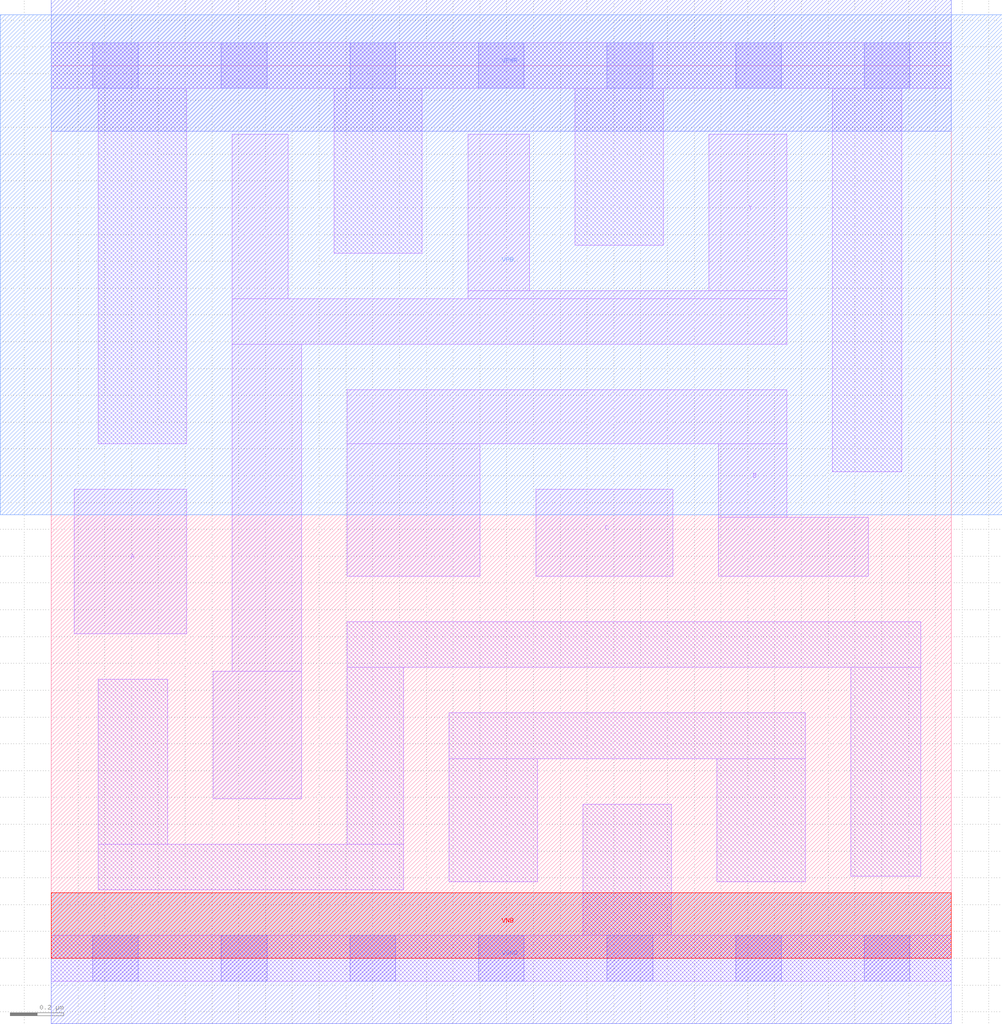
<source format=lef>
# Copyright 2020 The SkyWater PDK Authors
#
# Licensed under the Apache License, Version 2.0 (the "License");
# you may not use this file except in compliance with the License.
# You may obtain a copy of the License at
#
#     https://www.apache.org/licenses/LICENSE-2.0
#
# Unless required by applicable law or agreed to in writing, software
# distributed under the License is distributed on an "AS IS" BASIS,
# WITHOUT WARRANTIES OR CONDITIONS OF ANY KIND, either express or implied.
# See the License for the specific language governing permissions and
# limitations under the License.
#
# SPDX-License-Identifier: Apache-2.0

VERSION 5.7 ;
  NOWIREEXTENSIONATPIN ON ;
  DIVIDERCHAR "/" ;
  BUSBITCHARS "[]" ;
MACRO sky130_fd_sc_lp__nand3_2
  CLASS CORE ;
  FOREIGN sky130_fd_sc_lp__nand3_2 ;
  ORIGIN  0.000000  0.000000 ;
  SIZE  3.360000 BY  3.330000 ;
  SYMMETRY X Y R90 ;
  SITE unit ;
  PIN A
    ANTENNAGATEAREA  0.630000 ;
    DIRECTION INPUT ;
    USE SIGNAL ;
    PORT
      LAYER li1 ;
        RECT 0.085000 1.210000 0.505000 1.750000 ;
    END
  END A
  PIN B
    ANTENNAGATEAREA  0.630000 ;
    DIRECTION INPUT ;
    USE SIGNAL ;
    PORT
      LAYER li1 ;
        RECT 1.105000 1.425000 1.600000 1.920000 ;
        RECT 1.105000 1.920000 2.745000 2.120000 ;
        RECT 2.490000 1.425000 3.050000 1.645000 ;
        RECT 2.490000 1.645000 2.745000 1.920000 ;
    END
  END B
  PIN C
    ANTENNAGATEAREA  0.630000 ;
    DIRECTION INPUT ;
    USE SIGNAL ;
    PORT
      LAYER li1 ;
        RECT 1.810000 1.425000 2.320000 1.750000 ;
    END
  END C
  PIN Y
    ANTENNADIFFAREA  1.293600 ;
    DIRECTION OUTPUT ;
    USE SIGNAL ;
    PORT
      LAYER li1 ;
        RECT 0.605000 0.595000 0.935000 1.070000 ;
        RECT 0.675000 1.070000 0.935000 2.290000 ;
        RECT 0.675000 2.290000 2.745000 2.460000 ;
        RECT 0.675000 2.460000 0.885000 3.075000 ;
        RECT 1.555000 2.460000 2.745000 2.490000 ;
        RECT 1.555000 2.490000 1.785000 3.075000 ;
        RECT 2.455000 2.490000 2.745000 3.075000 ;
    END
  END Y
  PIN VGND
    DIRECTION INOUT ;
    USE GROUND ;
    PORT
      LAYER met1 ;
        RECT 0.000000 -0.245000 3.360000 0.245000 ;
    END
  END VGND
  PIN VNB
    DIRECTION INOUT ;
    USE GROUND ;
    PORT
      LAYER pwell ;
        RECT 0.000000 0.000000 3.360000 0.245000 ;
    END
  END VNB
  PIN VPB
    DIRECTION INOUT ;
    USE POWER ;
    PORT
      LAYER nwell ;
        RECT -0.190000 1.655000 3.550000 3.520000 ;
    END
  END VPB
  PIN VPWR
    DIRECTION INOUT ;
    USE POWER ;
    PORT
      LAYER met1 ;
        RECT 0.000000 3.085000 3.360000 3.575000 ;
    END
  END VPWR
  OBS
    LAYER li1 ;
      RECT 0.000000 -0.085000 3.360000 0.085000 ;
      RECT 0.000000  3.245000 3.360000 3.415000 ;
      RECT 0.175000  0.255000 1.315000 0.425000 ;
      RECT 0.175000  0.425000 0.435000 1.040000 ;
      RECT 0.175000  1.920000 0.505000 3.245000 ;
      RECT 1.055000  2.630000 1.385000 3.245000 ;
      RECT 1.105000  0.425000 1.315000 1.085000 ;
      RECT 1.105000  1.085000 3.245000 1.255000 ;
      RECT 1.485000  0.285000 1.815000 0.745000 ;
      RECT 1.485000  0.745000 2.815000 0.915000 ;
      RECT 1.955000  2.660000 2.285000 3.245000 ;
      RECT 1.985000  0.085000 2.315000 0.575000 ;
      RECT 2.485000  0.285000 2.815000 0.745000 ;
      RECT 2.915000  1.815000 3.175000 3.245000 ;
      RECT 2.985000  0.305000 3.245000 1.085000 ;
    LAYER mcon ;
      RECT 0.155000 -0.085000 0.325000 0.085000 ;
      RECT 0.155000  3.245000 0.325000 3.415000 ;
      RECT 0.635000 -0.085000 0.805000 0.085000 ;
      RECT 0.635000  3.245000 0.805000 3.415000 ;
      RECT 1.115000 -0.085000 1.285000 0.085000 ;
      RECT 1.115000  3.245000 1.285000 3.415000 ;
      RECT 1.595000 -0.085000 1.765000 0.085000 ;
      RECT 1.595000  3.245000 1.765000 3.415000 ;
      RECT 2.075000 -0.085000 2.245000 0.085000 ;
      RECT 2.075000  3.245000 2.245000 3.415000 ;
      RECT 2.555000 -0.085000 2.725000 0.085000 ;
      RECT 2.555000  3.245000 2.725000 3.415000 ;
      RECT 3.035000 -0.085000 3.205000 0.085000 ;
      RECT 3.035000  3.245000 3.205000 3.415000 ;
  END
END sky130_fd_sc_lp__nand3_2
END LIBRARY

</source>
